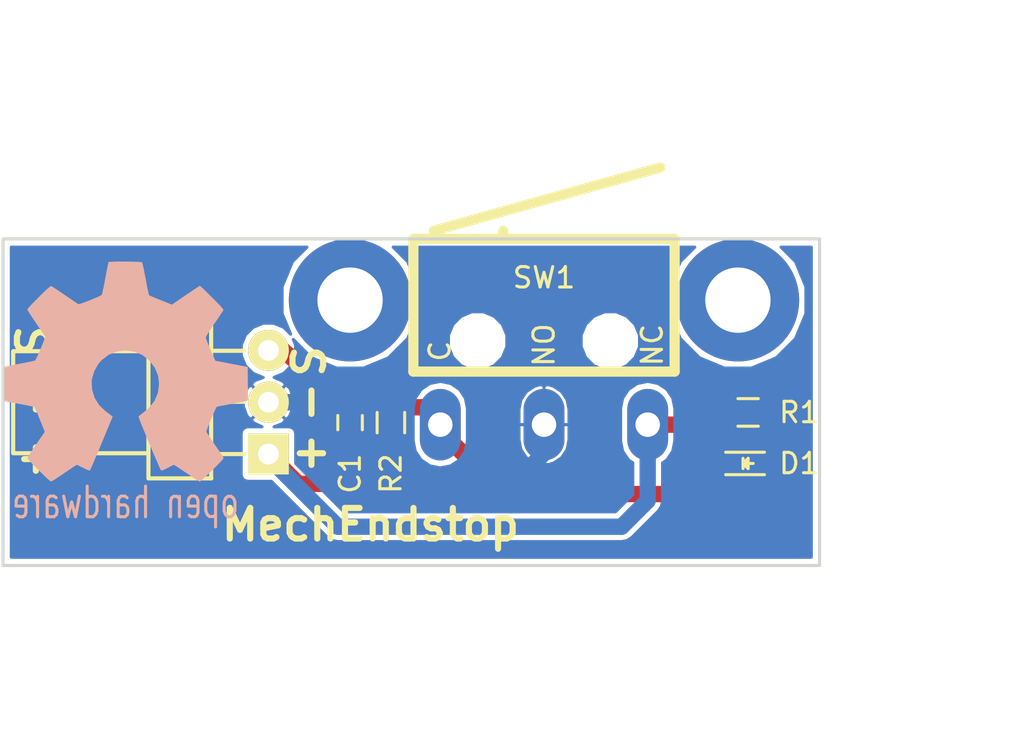
<source format=kicad_pcb>
(kicad_pcb (version 4) (host pcbnew 4.0.2-stable)

  (general
    (links 10)
    (no_connects 0)
    (area 121.424999 97.424999 161.575001 113.575001)
    (thickness 1.6)
    (drawings 12)
    (tracks 32)
    (zones 0)
    (modules 9)
    (nets 5)
  )

  (page A4)
  (title_block
    (title "SBV2-EB: Extension Board Name (File-> Page Settings)")
    (rev 1.0)
    (company Smoothieware.org)
  )

  (layers
    (0 F.Cu signal)
    (31 B.Cu signal)
    (32 B.Adhes user)
    (33 F.Adhes user)
    (34 B.Paste user)
    (35 F.Paste user)
    (36 B.SilkS user)
    (37 F.SilkS user)
    (38 B.Mask user)
    (39 F.Mask user)
    (40 Dwgs.User user)
    (41 Cmts.User user)
    (42 Eco1.User user)
    (43 Eco2.User user)
    (44 Edge.Cuts user)
    (45 Margin user)
    (46 B.CrtYd user)
    (47 F.CrtYd user)
    (48 B.Fab user)
    (49 F.Fab user)
  )

  (setup
    (last_trace_width 0.8)
    (trace_clearance 0.2)
    (zone_clearance 0.254)
    (zone_45_only no)
    (trace_min 0.2)
    (segment_width 0.2)
    (edge_width 0.15)
    (via_size 0.6)
    (via_drill 0.4)
    (via_min_size 0.4)
    (via_min_drill 0.3)
    (uvia_size 0.3)
    (uvia_drill 0.1)
    (uvias_allowed no)
    (uvia_min_size 0.2)
    (uvia_min_drill 0.1)
    (pcb_text_width 0.3)
    (pcb_text_size 1.5 1.5)
    (mod_edge_width 0.2)
    (mod_text_size 1 1)
    (mod_text_width 0.15)
    (pad_size 6 6)
    (pad_drill 3.2)
    (pad_to_mask_clearance 0.2)
    (aux_axis_origin 121.5 113.5)
    (grid_origin 121.5 113.5)
    (visible_elements 7FFEFF7F)
    (pcbplotparams
      (layerselection 0x010fc_80000001)
      (usegerberextensions true)
      (excludeedgelayer false)
      (linewidth 0.100000)
      (plotframeref false)
      (viasonmask true)
      (mode 1)
      (useauxorigin true)
      (hpglpennumber 1)
      (hpglpenspeed 20)
      (hpglpendiameter 15)
      (hpglpenoverlay 2)
      (psnegative false)
      (psa4output false)
      (plotreference true)
      (plotvalue true)
      (plotinvisibletext false)
      (padsonsilk false)
      (subtractmaskfromsilk false)
      (outputformat 1)
      (mirror false)
      (drillshape 0)
      (scaleselection 1)
      (outputdirectory Gerber))
  )

  (net 0 "")
  (net 1 GND)
  (net 2 /~SIG)
  (net 3 "Net-(D1-Pad2)")
  (net 4 VCC)

  (net_class Default "This is the default net class."
    (clearance 0.2)
    (trace_width 0.8)
    (via_dia 0.6)
    (via_drill 0.4)
    (uvia_dia 0.3)
    (uvia_drill 0.1)
    (add_net /~SIG)
    (add_net GND)
    (add_net "Net-(D1-Pad2)")
    (add_net VCC)
  )

  (module Capacitors_SMD:C_0603 (layer F.Cu) (tedit 574214A1) (tstamp 5741E6A9)
    (at 138.5 106.5 270)
    (descr "Capacitor SMD 0603, reflow soldering, AVX (see smccp.pdf)")
    (tags "capacitor 0603")
    (path /5741EE38)
    (attr smd)
    (fp_text reference C1 (at 2.5 0 270) (layer F.SilkS)
      (effects (font (size 1 1) (thickness 0.15)))
    )
    (fp_text value 100n (at 0 0 270) (layer F.Fab)
      (effects (font (size 1 1) (thickness 0.15)))
    )
    (fp_line (start -1.45 -0.75) (end 1.45 -0.75) (layer F.CrtYd) (width 0.05))
    (fp_line (start -1.45 0.75) (end 1.45 0.75) (layer F.CrtYd) (width 0.05))
    (fp_line (start -1.45 -0.75) (end -1.45 0.75) (layer F.CrtYd) (width 0.05))
    (fp_line (start 1.45 -0.75) (end 1.45 0.75) (layer F.CrtYd) (width 0.05))
    (fp_line (start -0.35 -0.6) (end 0.35 -0.6) (layer F.SilkS) (width 0.15))
    (fp_line (start 0.35 0.6) (end -0.35 0.6) (layer F.SilkS) (width 0.15))
    (pad 1 smd rect (at -0.75 0 270) (size 0.8 0.75) (layers F.Cu F.Paste F.Mask)
      (net 2 /~SIG))
    (pad 2 smd rect (at 0.75 0 270) (size 0.8 0.75) (layers F.Cu F.Paste F.Mask)
      (net 1 GND))
    (model Capacitors_SMD.3dshapes/C_0603.wrl
      (at (xyz 0 0 0))
      (scale (xyz 1 1 1))
      (rotate (xyz 0 0 0))
    )
  )

  (module LEDs:LED-0603 (layer F.Cu) (tedit 5741E8CD) (tstamp 5741E6AF)
    (at 158 108.5)
    (descr "LED 0603 smd package")
    (tags "LED led 0603 SMD smd SMT smt smdled SMDLED smtled SMTLED")
    (path /5741EF6A)
    (attr smd)
    (fp_text reference D1 (at 2.5 0) (layer F.SilkS)
      (effects (font (size 1 1) (thickness 0.15)))
    )
    (fp_text value LED (at 0 0) (layer F.Fab)
      (effects (font (size 1 1) (thickness 0.15)))
    )
    (fp_line (start -1.1 0.55) (end 0.8 0.55) (layer F.SilkS) (width 0.15))
    (fp_line (start -1.1 -0.55) (end 0.8 -0.55) (layer F.SilkS) (width 0.15))
    (fp_line (start -0.2 0) (end 0.25 0) (layer F.SilkS) (width 0.15))
    (fp_line (start -0.25 -0.25) (end -0.25 0.25) (layer F.SilkS) (width 0.15))
    (fp_line (start -0.25 0) (end 0 -0.25) (layer F.SilkS) (width 0.15))
    (fp_line (start 0 -0.25) (end 0 0.25) (layer F.SilkS) (width 0.15))
    (fp_line (start 0 0.25) (end -0.25 0) (layer F.SilkS) (width 0.15))
    (fp_line (start 1.4 -0.75) (end 1.4 0.75) (layer F.CrtYd) (width 0.05))
    (fp_line (start 1.4 0.75) (end -1.4 0.75) (layer F.CrtYd) (width 0.05))
    (fp_line (start -1.4 0.75) (end -1.4 -0.75) (layer F.CrtYd) (width 0.05))
    (fp_line (start -1.4 -0.75) (end 1.4 -0.75) (layer F.CrtYd) (width 0.05))
    (pad 2 smd rect (at 0.7493 0 180) (size 0.79756 0.79756) (layers F.Cu F.Paste F.Mask)
      (net 3 "Net-(D1-Pad2)"))
    (pad 1 smd rect (at -0.7493 0 180) (size 0.79756 0.79756) (layers F.Cu F.Paste F.Mask)
      (net 2 /~SIG))
  )

  (module SBV2_Footprints:Logo_silk_OSHW_12x13mm (layer B.Cu) (tedit 0) (tstamp 5741E6B3)
    (at 127.5 104 180)
    (descr "Open Hardware Logo, 12x13mm")
    (path /573F3AEF)
    (fp_text reference LOGO1 (at 0 0 180) (layer B.SilkS) hide
      (effects (font (size 0.5461 0.5461) (thickness 0.10922)) (justify mirror))
    )
    (fp_text value OPEN_HARDWARE_1 (at 0 -0.9 180) (layer B.SilkS) hide
      (effects (font (size 0.5461 0.5461) (thickness 0.10922)) (justify mirror))
    )
    (fp_line (start 5.21 -7.11) (end 5.31 -7.04) (layer B.SilkS) (width 0.15))
    (fp_line (start 5.03 -7.11) (end 5.21 -7.11) (layer B.SilkS) (width 0.15))
    (fp_line (start 4.93 -7.04) (end 5.03 -7.11) (layer B.SilkS) (width 0.15))
    (fp_line (start 4.88 -6.9) (end 4.93 -7.04) (layer B.SilkS) (width 0.15))
    (fp_line (start 4.88 -6.32) (end 4.88 -6.9) (layer B.SilkS) (width 0.15))
    (fp_line (start 4.94 -6.17) (end 4.88 -6.32) (layer B.SilkS) (width 0.15))
    (fp_line (start 5.04 -6.1) (end 4.94 -6.17) (layer B.SilkS) (width 0.15))
    (fp_line (start 5.21 -6.1) (end 5.04 -6.1) (layer B.SilkS) (width 0.15))
    (fp_line (start 5.31 -6.19) (end 5.21 -6.1) (layer B.SilkS) (width 0.15))
    (fp_line (start 5.36 -6.32) (end 5.31 -6.19) (layer B.SilkS) (width 0.15))
    (fp_line (start 5.36 -6.59) (end 5.36 -6.32) (layer B.SilkS) (width 0.15))
    (fp_line (start 4.88 -6.59) (end 5.36 -6.59) (layer B.SilkS) (width 0.15))
    (fp_line (start 4.31 -6.11) (end 4.31 -7.11) (layer B.SilkS) (width 0.15))
    (fp_line (start 4.36 -6.25) (end 4.31 -6.42) (layer B.SilkS) (width 0.15))
    (fp_line (start 4.4 -6.19) (end 4.36 -6.25) (layer B.SilkS) (width 0.15))
    (fp_line (start 4.5 -6.11) (end 4.4 -6.19) (layer B.SilkS) (width 0.15))
    (fp_line (start 4.61 -6.11) (end 4.5 -6.11) (layer B.SilkS) (width 0.15))
    (fp_line (start 2.26 -6.1) (end 2.45 -7.11) (layer B.SilkS) (width 0.15))
    (fp_line (start 2.45 -7.11) (end 2.64 -6.39) (layer B.SilkS) (width 0.15))
    (fp_line (start 2.64 -6.39) (end 2.83 -7.11) (layer B.SilkS) (width 0.15))
    (fp_line (start 2.83 -7.11) (end 3.03 -6.1) (layer B.SilkS) (width 0.15))
    (fp_line (start 1.88 -7.03) (end 1.79 -7.11) (layer B.SilkS) (width 0.15))
    (fp_line (start 1.79 -7.11) (end 1.6 -7.11) (layer B.SilkS) (width 0.15))
    (fp_line (start 1.6 -7.11) (end 1.53 -7.06) (layer B.SilkS) (width 0.15))
    (fp_line (start 1.53 -7.06) (end 1.46 -6.98) (layer B.SilkS) (width 0.15))
    (fp_line (start 1.46 -6.98) (end 1.4 -6.82) (layer B.SilkS) (width 0.15))
    (fp_line (start 1.4 -6.82) (end 1.4 -6.4) (layer B.SilkS) (width 0.15))
    (fp_line (start 1.4 -6.4) (end 1.45 -6.25) (layer B.SilkS) (width 0.15))
    (fp_line (start 1.45 -6.25) (end 1.52 -6.16) (layer B.SilkS) (width 0.15))
    (fp_line (start 1.52 -6.16) (end 1.6 -6.11) (layer B.SilkS) (width 0.15))
    (fp_line (start 1.6 -6.11) (end 1.78 -6.11) (layer B.SilkS) (width 0.15))
    (fp_line (start 1.78 -6.11) (end 1.88 -6.19) (layer B.SilkS) (width 0.15))
    (fp_line (start 1.88 -5.61) (end 1.88 -7.11) (layer B.SilkS) (width 0.15))
    (fp_line (start 1.13 -6.11) (end 1.02 -6.11) (layer B.SilkS) (width 0.15))
    (fp_line (start 1.02 -6.11) (end 0.92 -6.19) (layer B.SilkS) (width 0.15))
    (fp_line (start 0.92 -6.19) (end 0.88 -6.25) (layer B.SilkS) (width 0.15))
    (fp_line (start 0.88 -6.25) (end 0.83 -6.42) (layer B.SilkS) (width 0.15))
    (fp_line (start 0.83 -6.11) (end 0.83 -7.11) (layer B.SilkS) (width 0.15))
    (fp_line (start 3.84 -6.32) (end 3.84 -7.11) (layer B.SilkS) (width 0.15))
    (fp_line (start 3.78 -6.17) (end 3.84 -6.32) (layer B.SilkS) (width 0.15))
    (fp_line (start 3.69 -6.1) (end 3.78 -6.17) (layer B.SilkS) (width 0.15))
    (fp_line (start 3.51 -6.1) (end 3.69 -6.1) (layer B.SilkS) (width 0.15))
    (fp_line (start 3.4 -6.18) (end 3.51 -6.1) (layer B.SilkS) (width 0.15))
    (fp_line (start 3.36 -6.88) (end 3.4 -7.02) (layer B.SilkS) (width 0.15))
    (fp_line (start 3.36 -6.75) (end 3.36 -6.88) (layer B.SilkS) (width 0.15))
    (fp_line (start 3.41 -6.61) (end 3.36 -6.75) (layer B.SilkS) (width 0.15))
    (fp_line (start 3.51 -6.53) (end 3.41 -6.61) (layer B.SilkS) (width 0.15))
    (fp_line (start 3.75 -6.53) (end 3.51 -6.53) (layer B.SilkS) (width 0.15))
    (fp_line (start 3.84 -6.46) (end 3.75 -6.53) (layer B.SilkS) (width 0.15))
    (fp_line (start 3.74 -7.11) (end 3.84 -7.03) (layer B.SilkS) (width 0.15))
    (fp_line (start 3.51 -7.11) (end 3.74 -7.11) (layer B.SilkS) (width 0.15))
    (fp_line (start 3.4 -7.02) (end 3.51 -7.11) (layer B.SilkS) (width 0.15))
    (fp_line (start -0.08 -7.02) (end 0.03 -7.11) (layer B.SilkS) (width 0.15))
    (fp_line (start 0.03 -7.11) (end 0.26 -7.11) (layer B.SilkS) (width 0.15))
    (fp_line (start 0.26 -7.11) (end 0.36 -7.03) (layer B.SilkS) (width 0.15))
    (fp_line (start 0.36 -6.46) (end 0.27 -6.53) (layer B.SilkS) (width 0.15))
    (fp_line (start 0.27 -6.53) (end 0.03 -6.53) (layer B.SilkS) (width 0.15))
    (fp_line (start 0.03 -6.53) (end -0.07 -6.61) (layer B.SilkS) (width 0.15))
    (fp_line (start -0.07 -6.61) (end -0.12 -6.75) (layer B.SilkS) (width 0.15))
    (fp_line (start -0.12 -6.75) (end -0.12 -6.88) (layer B.SilkS) (width 0.15))
    (fp_line (start -0.12 -6.88) (end -0.08 -7.02) (layer B.SilkS) (width 0.15))
    (fp_line (start -0.08 -6.18) (end 0.03 -6.1) (layer B.SilkS) (width 0.15))
    (fp_line (start 0.03 -6.1) (end 0.21 -6.1) (layer B.SilkS) (width 0.15))
    (fp_line (start 0.21 -6.1) (end 0.3 -6.17) (layer B.SilkS) (width 0.15))
    (fp_line (start 0.3 -6.17) (end 0.36 -6.32) (layer B.SilkS) (width 0.15))
    (fp_line (start 0.36 -6.32) (end 0.36 -7.11) (layer B.SilkS) (width 0.15))
    (fp_line (start -0.98 -7.11) (end -0.98 -5.61) (layer B.SilkS) (width 0.15))
    (fp_line (start -0.92 -6.17) (end -0.98 -6.24) (layer B.SilkS) (width 0.15))
    (fp_line (start -0.84 -6.11) (end -0.92 -6.17) (layer B.SilkS) (width 0.15))
    (fp_line (start -0.7 -6.11) (end -0.84 -6.11) (layer B.SilkS) (width 0.15))
    (fp_line (start -0.6 -6.18) (end -0.7 -6.11) (layer B.SilkS) (width 0.15))
    (fp_line (start -0.55 -6.33) (end -0.6 -6.18) (layer B.SilkS) (width 0.15))
    (fp_line (start -0.55 -7.11) (end -0.55 -6.33) (layer B.SilkS) (width 0.15))
    (fp_line (start -2.21 -7.11) (end -2.21 -6.33) (layer B.SilkS) (width 0.15))
    (fp_line (start -2.21 -6.33) (end -2.26 -6.18) (layer B.SilkS) (width 0.15))
    (fp_line (start -2.26 -6.18) (end -2.36 -6.11) (layer B.SilkS) (width 0.15))
    (fp_line (start -2.36 -6.11) (end -2.5 -6.11) (layer B.SilkS) (width 0.15))
    (fp_line (start -2.5 -6.11) (end -2.58 -6.17) (layer B.SilkS) (width 0.15))
    (fp_line (start -2.58 -6.17) (end -2.64 -6.24) (layer B.SilkS) (width 0.15))
    (fp_line (start -2.64 -6.11) (end -2.64 -7.11) (layer B.SilkS) (width 0.15))
    (fp_line (start -3.55 -6.59) (end -3.07 -6.59) (layer B.SilkS) (width 0.15))
    (fp_line (start -3.07 -6.59) (end -3.07 -6.32) (layer B.SilkS) (width 0.15))
    (fp_line (start -3.07 -6.32) (end -3.12 -6.19) (layer B.SilkS) (width 0.15))
    (fp_line (start -3.12 -6.19) (end -3.22 -6.1) (layer B.SilkS) (width 0.15))
    (fp_line (start -3.22 -6.1) (end -3.39 -6.1) (layer B.SilkS) (width 0.15))
    (fp_line (start -3.39 -6.1) (end -3.49 -6.17) (layer B.SilkS) (width 0.15))
    (fp_line (start -3.49 -6.17) (end -3.55 -6.32) (layer B.SilkS) (width 0.15))
    (fp_line (start -3.55 -6.32) (end -3.55 -6.9) (layer B.SilkS) (width 0.15))
    (fp_line (start -3.55 -6.9) (end -3.5 -7.04) (layer B.SilkS) (width 0.15))
    (fp_line (start -3.5 -7.04) (end -3.4 -7.11) (layer B.SilkS) (width 0.15))
    (fp_line (start -3.4 -7.11) (end -3.22 -7.11) (layer B.SilkS) (width 0.15))
    (fp_line (start -3.22 -7.11) (end -3.12 -7.04) (layer B.SilkS) (width 0.15))
    (fp_line (start -4.41 -6.1) (end -4.41 -7.61) (layer B.SilkS) (width 0.15))
    (fp_line (start -4.3 -6.1) (end -4.12 -6.1) (layer B.SilkS) (width 0.15))
    (fp_line (start -4.3 -7.1) (end -4.11 -7.1) (layer B.SilkS) (width 0.15))
    (fp_line (start -4.3 -6.1) (end -4.38 -6.16) (layer B.SilkS) (width 0.15))
    (fp_line (start -4.03 -6.17) (end -4.12 -6.1) (layer B.SilkS) (width 0.15))
    (fp_line (start -3.98 -6.24) (end -4.03 -6.17) (layer B.SilkS) (width 0.15))
    (fp_line (start -3.93 -6.4) (end -3.98 -6.24) (layer B.SilkS) (width 0.15))
    (fp_line (start -3.93 -6.81) (end -3.93 -6.4) (layer B.SilkS) (width 0.15))
    (fp_line (start -3.98 -6.95) (end -3.93 -6.81) (layer B.SilkS) (width 0.15))
    (fp_line (start -4.02 -7.02) (end -3.98 -6.95) (layer B.SilkS) (width 0.15))
    (fp_line (start -4.12 -7.1) (end -4.02 -7.02) (layer B.SilkS) (width 0.15))
    (fp_line (start -4.4 -7.03) (end -4.3 -7.1) (layer B.SilkS) (width 0.15))
    (fp_line (start -5.36 -6.4) (end -5.36 -6.81) (layer B.SilkS) (width 0.15))
    (fp_line (start -5.36 -6.81) (end -5.31 -6.95) (layer B.SilkS) (width 0.15))
    (fp_line (start -5.31 -6.95) (end -5.26 -7.04) (layer B.SilkS) (width 0.15))
    (fp_line (start -5.26 -7.04) (end -5.16 -7.11) (layer B.SilkS) (width 0.15))
    (fp_line (start -5.16 -7.11) (end -5.02 -7.11) (layer B.SilkS) (width 0.15))
    (fp_line (start -5.02 -7.11) (end -4.92 -7.03) (layer B.SilkS) (width 0.15))
    (fp_line (start -4.92 -7.03) (end -4.88 -6.96) (layer B.SilkS) (width 0.15))
    (fp_line (start -4.88 -6.96) (end -4.83 -6.82) (layer B.SilkS) (width 0.15))
    (fp_line (start -4.83 -6.82) (end -4.83 -6.41) (layer B.SilkS) (width 0.15))
    (fp_line (start -4.83 -6.41) (end -4.88 -6.25) (layer B.SilkS) (width 0.15))
    (fp_line (start -4.88 -6.25) (end -4.93 -6.18) (layer B.SilkS) (width 0.15))
    (fp_line (start -4.93 -6.18) (end -5.02 -6.11) (layer B.SilkS) (width 0.15))
    (fp_line (start -5.02 -6.11) (end -5.17 -6.11) (layer B.SilkS) (width 0.15))
    (fp_line (start -5.17 -6.11) (end -5.25 -6.17) (layer B.SilkS) (width 0.15))
    (fp_line (start -5.25 -6.17) (end -5.31 -6.25) (layer B.SilkS) (width 0.15))
    (fp_line (start -5.31 -6.25) (end -5.36 -6.4) (layer B.SilkS) (width 0.15))
    (fp_poly (pts (xy -3.63728 -5.38988) (xy -3.57378 -5.35686) (xy -3.43408 -5.26796) (xy -3.23342 -5.13842)
      (xy -2.9972 -4.9784) (xy -2.75844 -4.81838) (xy -2.56286 -4.6863) (xy -2.4257 -4.59994)
      (xy -2.36982 -4.56692) (xy -2.33934 -4.57708) (xy -2.22504 -4.63296) (xy -2.06248 -4.71932)
      (xy -1.96596 -4.76758) (xy -1.8161 -4.83362) (xy -1.74244 -4.84632) (xy -1.72974 -4.826)
      (xy -1.67386 -4.70916) (xy -1.5875 -4.51358) (xy -1.4732 -4.25196) (xy -1.34366 -3.9497)
      (xy -1.2065 -3.6195) (xy -1.0668 -3.28422) (xy -0.93472 -2.96672) (xy -0.81534 -2.6797)
      (xy -0.72136 -2.44602) (xy -0.6604 -2.28346) (xy -0.63754 -2.21234) (xy -0.64516 -2.1971)
      (xy -0.71882 -2.12598) (xy -0.8509 -2.02692) (xy -1.13538 -1.79578) (xy -1.41478 -1.44526)
      (xy -1.58496 -1.04902) (xy -1.64338 -0.60706) (xy -1.59512 -0.19812) (xy -1.43256 0.19558)
      (xy -1.15824 0.54864) (xy -0.8255 0.8128) (xy -0.43688 0.9779) (xy 0 1.03378)
      (xy 0.4191 0.98552) (xy 0.82042 0.82804) (xy 1.17348 0.5588) (xy 1.32334 0.38608)
      (xy 1.52908 0.02794) (xy 1.64592 -0.35814) (xy 1.65862 -0.45466) (xy 1.64084 -0.8763)
      (xy 1.51638 -1.28016) (xy 1.2954 -1.64084) (xy 0.98552 -1.93802) (xy 0.94742 -1.96596)
      (xy 0.80264 -2.07264) (xy 0.70866 -2.1463) (xy 0.63246 -2.20726) (xy 1.1684 -3.50012)
      (xy 1.25476 -3.70586) (xy 1.40208 -4.05638) (xy 1.53162 -4.36118) (xy 1.63576 -4.60502)
      (xy 1.70688 -4.76504) (xy 1.73736 -4.83108) (xy 1.74244 -4.83362) (xy 1.78816 -4.84124)
      (xy 1.88722 -4.80568) (xy 2.06756 -4.71932) (xy 2.18694 -4.65836) (xy 2.3241 -4.59232)
      (xy 2.38506 -4.56692) (xy 2.4384 -4.59486) (xy 2.57048 -4.68122) (xy 2.76098 -4.81076)
      (xy 2.99212 -4.9657) (xy 3.2131 -5.11556) (xy 3.4163 -5.25018) (xy 3.56362 -5.34416)
      (xy 3.63474 -5.38226) (xy 3.6449 -5.38226) (xy 3.7084 -5.3467) (xy 3.82524 -5.25018)
      (xy 4.0005 -5.08254) (xy 4.24942 -4.8387) (xy 4.28752 -4.8006) (xy 4.49326 -4.59232)
      (xy 4.65836 -4.41706) (xy 4.77012 -4.2926) (xy 4.81076 -4.23672) (xy 4.81076 -4.23672)
      (xy 4.77266 -4.1656) (xy 4.68122 -4.01828) (xy 4.5466 -3.81508) (xy 4.38404 -3.57378)
      (xy 3.95478 -2.95402) (xy 4.191 -2.36728) (xy 4.26212 -2.18694) (xy 4.35356 -1.9685)
      (xy 4.42214 -1.81356) (xy 4.4577 -1.74498) (xy 4.5212 -1.72212) (xy 4.68122 -1.68402)
      (xy 4.9149 -1.63576) (xy 5.19176 -1.58496) (xy 5.45592 -1.5367) (xy 5.69468 -1.49098)
      (xy 5.8674 -1.45796) (xy 5.94614 -1.44272) (xy 5.96392 -1.43002) (xy 5.97916 -1.39192)
      (xy 5.98932 -1.31064) (xy 5.9944 -1.16586) (xy 5.99948 -0.93726) (xy 5.99948 -0.60706)
      (xy 5.99948 -0.5715) (xy 5.9944 -0.25654) (xy 5.98932 -0.00508) (xy 5.9817 0.16002)
      (xy 5.969 0.22606) (xy 5.969 0.22606) (xy 5.89534 0.24384) (xy 5.72516 0.2794)
      (xy 5.4864 0.32766) (xy 5.20192 0.381) (xy 5.18414 0.38354) (xy 4.89966 0.43942)
      (xy 4.66344 0.48768) (xy 4.4958 0.52578) (xy 4.42722 0.54864) (xy 4.41198 0.56896)
      (xy 4.35356 0.68072) (xy 4.27228 0.85598) (xy 4.1783 1.06934) (xy 4.08686 1.29286)
      (xy 4.00558 1.49352) (xy 3.95224 1.64338) (xy 3.937 1.71196) (xy 3.937 1.71196)
      (xy 3.98018 1.78054) (xy 4.0767 1.92786) (xy 4.2164 2.13106) (xy 4.3815 2.37236)
      (xy 4.3942 2.39268) (xy 4.55676 2.63144) (xy 4.68884 2.83464) (xy 4.77774 2.97942)
      (xy 4.81076 3.04292) (xy 4.81076 3.048) (xy 4.75488 3.11912) (xy 4.63296 3.25628)
      (xy 4.4577 3.43916) (xy 4.24942 3.64998) (xy 4.18084 3.71602) (xy 3.9497 3.94462)
      (xy 3.78714 4.09194) (xy 3.68554 4.17322) (xy 3.63728 4.191) (xy 3.63474 4.18846)
      (xy 3.56362 4.14528) (xy 3.41122 4.04622) (xy 3.20548 3.90652) (xy 2.96164 3.74142)
      (xy 2.9464 3.73126) (xy 2.7051 3.5687) (xy 2.50698 3.43154) (xy 2.36474 3.33756)
      (xy 2.30124 3.302) (xy 2.29108 3.302) (xy 2.19456 3.32994) (xy 2.02438 3.38836)
      (xy 1.81356 3.46964) (xy 1.59258 3.55854) (xy 1.38938 3.6449) (xy 1.23952 3.71348)
      (xy 1.1684 3.75412) (xy 1.16586 3.75666) (xy 1.14046 3.84302) (xy 1.09982 4.02336)
      (xy 1.04648 4.26974) (xy 0.99314 4.56438) (xy 0.98298 4.6101) (xy 0.92964 4.89712)
      (xy 0.88392 5.13334) (xy 0.84836 5.2959) (xy 0.83312 5.36448) (xy 0.79248 5.3721)
      (xy 0.65278 5.38226) (xy 0.43942 5.38988) (xy 0.18034 5.39242) (xy -0.09144 5.38988)
      (xy -0.3556 5.3848) (xy -0.58166 5.37718) (xy -0.74422 5.36448) (xy -0.8128 5.35178)
      (xy -0.81534 5.3467) (xy -0.8382 5.2578) (xy -0.87884 5.08) (xy -0.92964 4.83108)
      (xy -0.98552 4.53644) (xy -0.99568 4.4831) (xy -1.04902 4.19862) (xy -1.09728 3.96494)
      (xy -1.13284 3.80492) (xy -1.15062 3.74142) (xy -1.17602 3.72872) (xy -1.29286 3.67538)
      (xy -1.48336 3.59664) (xy -1.72212 3.50012) (xy -2.27076 3.27914) (xy -2.94386 3.74142)
      (xy -3.00482 3.78206) (xy -3.24866 3.94716) (xy -3.44678 4.07924) (xy -3.58648 4.16814)
      (xy -3.64236 4.20116) (xy -3.64744 4.19862) (xy -3.71602 4.1402) (xy -3.8481 4.01574)
      (xy -4.03098 3.83794) (xy -4.2418 3.62712) (xy -4.39928 3.46964) (xy -4.5847 3.28168)
      (xy -4.70154 3.15468) (xy -4.76758 3.0734) (xy -4.79044 3.0226) (xy -4.78282 2.98958)
      (xy -4.73964 2.921) (xy -4.64058 2.77368) (xy -4.50342 2.56794) (xy -4.33832 2.33172)
      (xy -4.2037 2.13106) (xy -4.05638 1.905) (xy -3.9624 1.74498) (xy -3.92938 1.66624)
      (xy -3.937 1.63322) (xy -3.98526 1.50114) (xy -4.064 1.30048) (xy -4.1656 1.06426)
      (xy -4.39928 0.53086) (xy -4.7498 0.46482) (xy -4.96062 0.42418) (xy -5.2578 0.36576)
      (xy -5.54228 0.31242) (xy -5.98424 0.22606) (xy -5.99948 -1.39954) (xy -5.9309 -1.43002)
      (xy -5.86486 -1.4478) (xy -5.7023 -1.48336) (xy -5.46862 -1.52908) (xy -5.19176 -1.58242)
      (xy -4.95554 -1.6256) (xy -4.71932 -1.67132) (xy -4.54914 -1.70434) (xy -4.47294 -1.71958)
      (xy -4.45516 -1.74498) (xy -4.3942 -1.86182) (xy -4.31038 -2.04216) (xy -4.2164 -2.26314)
      (xy -4.12242 -2.4892) (xy -4.0386 -2.70002) (xy -3.98018 -2.86004) (xy -3.95732 -2.94386)
      (xy -3.99034 -3.00482) (xy -4.07924 -3.14452) (xy -4.21132 -3.34264) (xy -4.37134 -3.57886)
      (xy -4.5339 -3.81508) (xy -4.66852 -4.01574) (xy -4.76504 -4.16052) (xy -4.80314 -4.22656)
      (xy -4.78282 -4.27228) (xy -4.68884 -4.38658) (xy -4.51104 -4.56946) (xy -4.24688 -4.83108)
      (xy -4.2037 -4.87426) (xy -3.99288 -5.07492) (xy -3.81508 -5.24002) (xy -3.69316 -5.34924)
      (xy -3.63728 -5.38988)) (layer B.SilkS) (width 0.00254))
  )

  (module SBV2_Footprints:M3_Mounting_Hole (layer F.Cu) (tedit 5741E883) (tstamp 5741E6B8)
    (at 138.5 100.5)
    (path /573F3B65)
    (fp_text reference M1 (at 0 4.572) (layer F.SilkS) hide
      (effects (font (size 1 1) (thickness 0.15)))
    )
    (fp_text value MH_3.2mm (at 0 -4.318) (layer F.Fab) hide
      (effects (font (size 1 1) (thickness 0.15)))
    )
    (pad "" np_thru_hole circle (at 0 0) (size 6 6) (drill 3.2) (layers *.Cu *.Mask))
  )

  (module SBV2_Footprints:M3_Mounting_Hole (layer F.Cu) (tedit 5741E895) (tstamp 5741E6BD)
    (at 157.5 100.5)
    (path /573F3BEA)
    (fp_text reference M2 (at 0 4.572) (layer F.SilkS) hide
      (effects (font (size 1 1) (thickness 0.15)))
    )
    (fp_text value MH_3.2mm (at 0 -4.318) (layer F.Fab) hide
      (effects (font (size 1 1) (thickness 0.15)))
    )
    (pad "" np_thru_hole circle (at 0 0) (size 6 6) (drill 3.2) (layers *.Cu *.Mask))
  )

  (module Resistors_SMD:R_0603 (layer F.Cu) (tedit 5741E8CF) (tstamp 5741E6CA)
    (at 158 106)
    (descr "Resistor SMD 0603, reflow soldering, Vishay (see dcrcw.pdf)")
    (tags "resistor 0603")
    (path /5741EC98)
    (attr smd)
    (fp_text reference R1 (at 2.5 0) (layer F.SilkS)
      (effects (font (size 1 1) (thickness 0.15)))
    )
    (fp_text value 1k (at 0 0) (layer F.Fab)
      (effects (font (size 1 1) (thickness 0.15)))
    )
    (fp_line (start -1.3 -0.8) (end 1.3 -0.8) (layer F.CrtYd) (width 0.05))
    (fp_line (start -1.3 0.8) (end 1.3 0.8) (layer F.CrtYd) (width 0.05))
    (fp_line (start -1.3 -0.8) (end -1.3 0.8) (layer F.CrtYd) (width 0.05))
    (fp_line (start 1.3 -0.8) (end 1.3 0.8) (layer F.CrtYd) (width 0.05))
    (fp_line (start 0.5 0.675) (end -0.5 0.675) (layer F.SilkS) (width 0.15))
    (fp_line (start -0.5 -0.675) (end 0.5 -0.675) (layer F.SilkS) (width 0.15))
    (pad 1 smd rect (at -0.75 0) (size 0.5 0.9) (layers F.Cu F.Paste F.Mask)
      (net 4 VCC))
    (pad 2 smd rect (at 0.75 0) (size 0.5 0.9) (layers F.Cu F.Paste F.Mask)
      (net 3 "Net-(D1-Pad2)"))
    (model Resistors_SMD.3dshapes/R_0603.wrl
      (at (xyz 0 0 0))
      (scale (xyz 1 1 1))
      (rotate (xyz 0 0 0))
    )
  )

  (module Resistors_SMD:R_0603 (layer F.Cu) (tedit 574214A3) (tstamp 5741E6D0)
    (at 140.5 106.5 90)
    (descr "Resistor SMD 0603, reflow soldering, Vishay (see dcrcw.pdf)")
    (tags "resistor 0603")
    (path /5741ED6B)
    (attr smd)
    (fp_text reference R2 (at -2.5 0 90) (layer F.SilkS)
      (effects (font (size 1 1) (thickness 0.15)))
    )
    (fp_text value 10k (at 0 0 90) (layer F.Fab)
      (effects (font (size 1 1) (thickness 0.15)))
    )
    (fp_line (start -1.3 -0.8) (end 1.3 -0.8) (layer F.CrtYd) (width 0.05))
    (fp_line (start -1.3 0.8) (end 1.3 0.8) (layer F.CrtYd) (width 0.05))
    (fp_line (start -1.3 -0.8) (end -1.3 0.8) (layer F.CrtYd) (width 0.05))
    (fp_line (start 1.3 -0.8) (end 1.3 0.8) (layer F.CrtYd) (width 0.05))
    (fp_line (start 0.5 0.675) (end -0.5 0.675) (layer F.SilkS) (width 0.15))
    (fp_line (start -0.5 -0.675) (end 0.5 -0.675) (layer F.SilkS) (width 0.15))
    (pad 1 smd rect (at -0.75 0 90) (size 0.5 0.9) (layers F.Cu F.Paste F.Mask)
      (net 4 VCC))
    (pad 2 smd rect (at 0.75 0 90) (size 0.5 0.9) (layers F.Cu F.Paste F.Mask)
      (net 2 /~SIG))
    (model Resistors_SMD.3dshapes/R_0603.wrl
      (at (xyz 0 0 0))
      (scale (xyz 1 1 1))
      (rotate (xyz 0 0 0))
    )
  )

  (module SBV2_Footprints:Omron-D2F-A (layer F.Cu) (tedit 574208F0) (tstamp 5741F147)
    (at 148 102.5)
    (path /57420ABB)
    (fp_text reference SW1 (at 0 -3.1) (layer F.SilkS)
      (effects (font (size 1 1) (thickness 0.15)))
    )
    (fp_text value Microswitch (at -0.2 -1.9) (layer F.Fab)
      (effects (font (size 1 1) (thickness 0.15)))
    )
    (fp_text user NC (at 5.3 0.2 90) (layer F.SilkS)
      (effects (font (size 1 1) (thickness 0.15)))
    )
    (fp_text user NO (at 0 0.2 90) (layer F.SilkS)
      (effects (font (size 1 1) (thickness 0.15)))
    )
    (fp_text user C (at -5.1 0.5 90) (layer F.SilkS)
      (effects (font (size 1 1) (thickness 0.15)))
    )
    (fp_line (start -5.4 -5.4) (end 5.7 -8.5) (layer F.SilkS) (width 0.5))
    (fp_line (start -2 -5) (end -2 -5.4) (layer F.SilkS) (width 0.5))
    (fp_line (start -6.4 0) (end -6.4 1.5) (layer F.SilkS) (width 0.5))
    (fp_line (start -6.4 1.5) (end 6.4 1.5) (layer F.SilkS) (width 0.5))
    (fp_line (start 6.4 1.5) (end 6.4 0) (layer F.SilkS) (width 0.5))
    (fp_line (start -6.4 0) (end -6.4 -5) (layer F.SilkS) (width 0.5))
    (fp_line (start -6.4 -5) (end 6.4 -5) (layer F.SilkS) (width 0.5))
    (fp_line (start 6.4 -5) (end 6.4 0) (layer F.SilkS) (width 0.5))
    (pad "" np_thru_hole circle (at -3.25 0) (size 2.2 2.2) (drill 2.2) (layers *.Cu *.Mask F.SilkS))
    (pad "" np_thru_hole circle (at 3.25 0) (size 2.2 2.2) (drill 2.2) (layers *.Cu *.Mask F.SilkS))
    (pad 1 thru_hole oval (at -5.08 4.1) (size 2 3.5) (drill 1.2) (layers *.Cu *.Mask)
      (net 2 /~SIG))
    (pad 2 thru_hole oval (at 0 4.1) (size 2 3.5) (drill 1.2) (layers *.Cu *.Mask)
      (net 1 GND))
    (pad 3 thru_hole oval (at 5.08 4.1) (size 2 3.5) (drill 1.2) (layers *.Cu *.Mask)
      (net 4 VCC))
    (model rmc_packages3d/omron/d2f-l-a-k.wrl
      (at (xyz 0.128 0 0.12))
      (scale (xyz 1 1 1))
      (rotate (xyz 0 0 0))
    )
  )

  (module SBV2_Footprints:CONN_KK_2.54_3W_RA (layer F.Cu) (tedit 57422341) (tstamp 574215FF)
    (at 134.5 105.5 90)
    (descr "Molex KK 2.54 single row 3 pins RA")
    (tags "CONN KK")
    (path /5741ED11)
    (fp_text reference P1 (at 0 -4.4 90) (layer F.SilkS)
      (effects (font (size 1.016 1.016) (thickness 0.2032)))
    )
    (fp_text value CONN_01X03 (at 0 2.54 90) (layer F.SilkS) hide
      (effects (font (size 1.016 1.016) (thickness 0.2032)))
    )
    (fp_line (start 2.5 -12.5) (end 2.5 -5.9) (layer F.SilkS) (width 0.2032))
    (fp_line (start -2.5 -12.5) (end -2.5 -5.9) (layer F.SilkS) (width 0.2032))
    (fp_line (start -3.7338 -2.8066) (end 3.7338 -2.8066) (layer F.SilkS) (width 0.2032))
    (fp_line (start -3.7338 -5.8784) (end 3.7338 -5.8784) (layer F.SilkS) (width 0.2032))
    (fp_line (start -2.4638 -12.5048) (end 2.4638 -12.5048) (layer F.SilkS) (width 0.2032))
    (fp_line (start -2.54 -1.2) (end -2.54 -3.232) (layer F.SilkS) (width 0.2032))
    (fp_line (start 2.51968 -1.2) (end 2.51968 -3.19898) (layer F.SilkS) (width 0.2032))
    (fp_line (start 0.02032 -1.2) (end 0.02032 -3.19898) (layer F.SilkS) (width 0.2032))
    (fp_line (start 3.73126 -2.89898) (end 3.73126 -5.90126) (layer F.SilkS) (width 0.2032))
    (fp_line (start -3.73126 -5.80126) (end -3.73126 -2.79898) (layer F.SilkS) (width 0.2032))
    (pad 1 thru_hole rect (at -2.54 0 90) (size 2 2) (drill 1.016) (layers *.Cu *.Mask F.SilkS)
      (net 4 VCC))
    (pad 2 thru_hole circle (at 0 0 90) (size 2 2) (drill 1.016) (layers *.Cu *.Mask F.SilkS)
      (net 1 GND))
    (pad 3 thru_hole circle (at 2.54 0 90) (size 2 2) (drill 1.016) (layers *.Cu *.Mask F.SilkS)
      (net 2 /~SIG))
    (model rmc_packages3d/molex/Molex_KK254_3W_RA-k.wrl
      (at (xyz 0 0.17 0.13))
      (scale (xyz 1 1 1))
      (rotate (xyz 0 180 0))
    )
  )

  (gr_text + (at 136.5 108 90) (layer F.SilkS)
    (effects (font (size 1.5 1.5) (thickness 0.3)))
  )
  (gr_text - (at 136.5 105.5 90) (layer F.SilkS)
    (effects (font (size 1.5 1.5) (thickness 0.3)))
  )
  (gr_text S (at 136.5 103.5 90) (layer F.SilkS)
    (effects (font (size 1.5 1.5) (thickness 0.3)))
  )
  (gr_text "+ - S" (at 123 105.5 90) (layer F.SilkS)
    (effects (font (size 1.5 1.5) (thickness 0.3)))
  )
  (dimension 19 (width 0.3) (layer Dwgs.User)
    (gr_text "19.000 mm" (at 148 87.65) (layer Dwgs.User)
      (effects (font (size 1.5 1.5) (thickness 0.3)))
    )
    (feature1 (pts (xy 157.5 96) (xy 157.5 86.3)))
    (feature2 (pts (xy 138.5 96) (xy 138.5 86.3)))
    (crossbar (pts (xy 138.5 89) (xy 157.5 89)))
    (arrow1a (pts (xy 157.5 89) (xy 156.373496 89.586421)))
    (arrow1b (pts (xy 157.5 89) (xy 156.373496 88.413579)))
    (arrow2a (pts (xy 138.5 89) (xy 139.626504 89.586421)))
    (arrow2b (pts (xy 138.5 89) (xy 139.626504 88.413579)))
  )
  (dimension 40 (width 0.3) (layer Dwgs.User)
    (gr_text "40.000 mm" (at 141.5 123.35) (layer Dwgs.User)
      (effects (font (size 1.5 1.5) (thickness 0.3)))
    )
    (feature1 (pts (xy 161.5 120) (xy 161.5 124.7)))
    (feature2 (pts (xy 121.5 120) (xy 121.5 124.7)))
    (crossbar (pts (xy 121.5 122) (xy 161.5 122)))
    (arrow1a (pts (xy 161.5 122) (xy 160.373496 122.586421)))
    (arrow1b (pts (xy 161.5 122) (xy 160.373496 121.413579)))
    (arrow2a (pts (xy 121.5 122) (xy 122.626504 122.586421)))
    (arrow2b (pts (xy 121.5 122) (xy 122.626504 121.413579)))
  )
  (dimension 16 (width 0.3) (layer Dwgs.User)
    (gr_text "16.000 mm" (at 168.85 105.5 270) (layer Dwgs.User)
      (effects (font (size 1.5 1.5) (thickness 0.3)))
    )
    (feature1 (pts (xy 165.5 113.5) (xy 170.2 113.5)))
    (feature2 (pts (xy 165.5 97.5) (xy 170.2 97.5)))
    (crossbar (pts (xy 167.5 97.5) (xy 167.5 113.5)))
    (arrow1a (pts (xy 167.5 113.5) (xy 166.913579 112.373496)))
    (arrow1b (pts (xy 167.5 113.5) (xy 168.086421 112.373496)))
    (arrow2a (pts (xy 167.5 97.5) (xy 166.913579 98.626504)))
    (arrow2b (pts (xy 167.5 97.5) (xy 168.086421 98.626504)))
  )
  (gr_text MechEndstop (at 139.5 111.5) (layer F.SilkS)
    (effects (font (size 1.5 1.5) (thickness 0.3)))
  )
  (gr_line (start 121.5 97.5) (end 121.5 113.5) (angle 90) (layer Edge.Cuts) (width 0.15))
  (gr_line (start 161.5 97.5) (end 121.5 97.5) (angle 90) (layer Edge.Cuts) (width 0.15))
  (gr_line (start 161.5 113.5) (end 161.5 97.5) (angle 90) (layer Edge.Cuts) (width 0.15))
  (gr_line (start 121.5 113.5) (end 161.5 113.5) (angle 90) (layer Edge.Cuts) (width 0.15))

  (segment (start 148 106.6) (end 148 108) (width 0.8) (layer B.Cu) (net 1))
  (segment (start 148 108) (end 146 110) (width 0.8) (layer B.Cu) (net 1) (tstamp 574216F7))
  (segment (start 135.9 105.5) (end 134.5 105.5) (width 0.8) (layer B.Cu) (net 1) (tstamp 574216FB))
  (segment (start 140.4 110) (end 135.9 105.5) (width 0.8) (layer B.Cu) (net 1) (tstamp 574216F9))
  (segment (start 146 110) (end 140.4 110) (width 0.8) (layer B.Cu) (net 1) (tstamp 574216F8))
  (segment (start 138.5 107.25) (end 137.45 107.25) (width 0.8) (layer F.Cu) (net 1) (status 10))
  (segment (start 135.7 105.5) (end 134.5 105.5) (width 0.8) (layer F.Cu) (net 1) (tstamp 574216E8))
  (segment (start 137.45 107.25) (end 135.7 105.5) (width 0.8) (layer F.Cu) (net 1) (tstamp 574216E7))
  (segment (start 148 106.6) (end 148 107) (width 0.8) (layer B.Cu) (net 1))
  (segment (start 138.5 105.75) (end 140.5 105.75) (width 0.8) (layer F.Cu) (net 2) (status 10))
  (segment (start 140.5 105.75) (end 142.07 105.75) (width 0.8) (layer F.Cu) (net 2) (tstamp 57421700) (status 10))
  (segment (start 142.07 105.75) (end 142.92 106.6) (width 0.8) (layer F.Cu) (net 2) (tstamp 57421702))
  (segment (start 134.5 102.96) (end 135.21 102.96) (width 0.8) (layer F.Cu) (net 2))
  (segment (start 135.21 102.96) (end 138.5 105.75) (width 0.8) (layer F.Cu) (net 2) (tstamp 574216E2) (status 20))
  (segment (start 142.07 105.75) (end 142.92 106.6) (width 0.8) (layer F.Cu) (net 2) (tstamp 574216E4))
  (segment (start 142.77 106.75) (end 146.02 110) (width 0.8) (layer F.Cu) (net 2) (tstamp 5741F2CD))
  (segment (start 146.02 110) (end 155.7507 110) (width 0.8) (layer F.Cu) (net 2) (tstamp 5741F2D1))
  (segment (start 155.7507 110) (end 157.2507 108.5) (width 0.8) (layer F.Cu) (net 2) (tstamp 5741F2D6))
  (segment (start 158.75 106) (end 158.75 108.4993) (width 0.8) (layer F.Cu) (net 3))
  (segment (start 158.75 108.4993) (end 158.7493 108.5) (width 0.8) (layer F.Cu) (net 3) (tstamp 5741F2F6))
  (segment (start 134.5 108.04) (end 134.5 108.2) (width 0.8) (layer B.Cu) (net 4))
  (segment (start 134.5 108.2) (end 137.9 111.6) (width 0.8) (layer B.Cu) (net 4) (tstamp 574216F0))
  (segment (start 153.08 110.32) (end 153.08 106.6) (width 0.8) (layer B.Cu) (net 4) (tstamp 574216F4))
  (segment (start 151.8 111.6) (end 153.08 110.32) (width 0.8) (layer B.Cu) (net 4) (tstamp 574216F3))
  (segment (start 137.9 111.6) (end 151.8 111.6) (width 0.8) (layer B.Cu) (net 4) (tstamp 574216F1))
  (segment (start 140.5 107.25) (end 140.5 108.5) (width 0.8) (layer F.Cu) (net 4) (status 10))
  (segment (start 135.96 109.5) (end 134.5 108.04) (width 0.8) (layer F.Cu) (net 4) (tstamp 574216ED))
  (segment (start 139.1 109.5) (end 135.96 109.5) (width 0.8) (layer F.Cu) (net 4) (tstamp 574216EC))
  (segment (start 140.5 108.5) (end 139.1 109.5) (width 0.8) (layer F.Cu) (net 4) (tstamp 574216EB))
  (segment (start 134.5 108.04) (end 134.54 108.04) (width 0.8) (layer F.Cu) (net 4))
  (segment (start 153.08 106.6) (end 156.65 106.6) (width 0.8) (layer F.Cu) (net 4))
  (segment (start 156.65 106.6) (end 157.25 106) (width 0.8) (layer F.Cu) (net 4) (tstamp 5741F2F3))

  (zone (net 1) (net_name GND) (layer B.Cu) (tstamp 574A1C7F) (hatch edge 0.508)
    (connect_pads (clearance 0.254))
    (min_thickness 0.14986)
    (fill yes (arc_segments 16) (thermal_gap 0.14986) (thermal_bridge_width 0.1524))
    (polygon
      (pts
        (xy 161.5 113.5) (xy 121.5 113.5) (xy 121.5 97.5) (xy 161.5 97.5) (xy 161.5 113.5)
      )
    )
    (filled_polygon
      (pts
        (xy 135.679516 98.61185) (xy 135.171649 99.83493) (xy 135.170493 101.15926) (xy 135.587411 102.168277) (xy 135.253761 101.834045)
        (xy 134.7655 101.631301) (xy 134.236819 101.63084) (xy 133.748205 101.832731) (xy 133.374045 102.206239) (xy 133.171301 102.6945)
        (xy 133.17084 103.223181) (xy 133.372731 103.711795) (xy 133.746239 104.085955) (xy 134.2345 104.288699) (xy 134.244168 104.288707)
        (xy 133.84643 104.4359) (xy 133.76701 104.488966) (xy 133.657612 104.655816) (xy 134.5 105.498204) (xy 135.342388 104.655816)
        (xy 135.23299 104.488966) (xy 134.790288 104.285423) (xy 134.773756 104.28479) (xy 135.251795 104.087269) (xy 135.625955 103.713761)
        (xy 135.828699 103.2255) (xy 135.82916 102.696819) (xy 135.716083 102.423152) (xy 136.61185 103.320484) (xy 137.83493 103.828351)
        (xy 139.15926 103.829507) (xy 140.383224 103.323775) (xy 140.924959 102.782985) (xy 143.320823 102.782985) (xy 143.537906 103.308366)
        (xy 143.93952 103.710681) (xy 144.464521 103.928681) (xy 145.032985 103.929177) (xy 145.558366 103.712094) (xy 145.960681 103.31048)
        (xy 146.178681 102.785479) (xy 146.178683 102.782985) (xy 149.820823 102.782985) (xy 150.037906 103.308366) (xy 150.43952 103.710681)
        (xy 150.964521 103.928681) (xy 151.532985 103.929177) (xy 152.058366 103.712094) (xy 152.460681 103.31048) (xy 152.678681 102.785479)
        (xy 152.679177 102.217015) (xy 152.462094 101.691634) (xy 152.06048 101.289319) (xy 151.535479 101.071319) (xy 150.967015 101.070823)
        (xy 150.441634 101.287906) (xy 150.039319 101.68952) (xy 149.821319 102.214521) (xy 149.820823 102.782985) (xy 146.178683 102.782985)
        (xy 146.179177 102.217015) (xy 145.962094 101.691634) (xy 145.56048 101.289319) (xy 145.035479 101.071319) (xy 144.467015 101.070823)
        (xy 143.941634 101.287906) (xy 143.539319 101.68952) (xy 143.321319 102.214521) (xy 143.320823 102.782985) (xy 140.924959 102.782985)
        (xy 141.320484 102.38815) (xy 141.828351 101.16507) (xy 141.829507 99.84074) (xy 141.323775 98.616776) (xy 140.612173 97.90393)
        (xy 155.388673 97.90393) (xy 154.679516 98.61185) (xy 154.171649 99.83493) (xy 154.170493 101.15926) (xy 154.676225 102.383224)
        (xy 155.61185 103.320484) (xy 156.83493 103.828351) (xy 158.15926 103.829507) (xy 159.383224 103.323775) (xy 160.320484 102.38815)
        (xy 160.828351 101.16507) (xy 160.829507 99.84074) (xy 160.323775 98.616776) (xy 159.612173 97.90393) (xy 161.09607 97.90393)
        (xy 161.09607 113.09607) (xy 121.90393 113.09607) (xy 121.90393 107.04) (xy 133.164626 107.04) (xy 133.164626 109.04)
        (xy 133.187562 109.161894) (xy 133.259601 109.273847) (xy 133.369521 109.348951) (xy 133.5 109.375374) (xy 134.644512 109.375374)
        (xy 137.384569 112.115431) (xy 137.621051 112.273444) (xy 137.9 112.32893) (xy 151.8 112.32893) (xy 152.07895 112.273444)
        (xy 152.315431 112.115431) (xy 153.595431 110.835432) (xy 153.753443 110.59895) (xy 153.753444 110.598949) (xy 153.80893 110.32)
        (xy 153.80893 108.471253) (xy 154.019695 108.330424) (xy 154.307771 107.899288) (xy 154.40893 107.390729) (xy 154.40893 105.809271)
        (xy 154.307771 105.300712) (xy 154.019695 104.869576) (xy 153.588559 104.5815) (xy 153.08 104.480341) (xy 152.571441 104.5815)
        (xy 152.140305 104.869576) (xy 151.852229 105.300712) (xy 151.75107 105.809271) (xy 151.75107 107.390729) (xy 151.852229 107.899288)
        (xy 152.140305 108.330424) (xy 152.35107 108.471253) (xy 152.35107 110.018067) (xy 151.498068 110.87107) (xy 138.201932 110.87107)
        (xy 135.835374 108.504512) (xy 135.835374 107.04) (xy 135.812438 106.918106) (xy 135.740399 106.806153) (xy 135.630479 106.731049)
        (xy 135.5 106.704626) (xy 134.773846 106.704626) (xy 135.15357 106.5641) (xy 135.23299 106.511034) (xy 135.342388 106.344184)
        (xy 134.5 105.501796) (xy 133.657612 106.344184) (xy 133.76701 106.511034) (xy 134.188069 106.704626) (xy 133.5 106.704626)
        (xy 133.378106 106.727562) (xy 133.266153 106.799601) (xy 133.191049 106.909521) (xy 133.164626 107.04) (xy 121.90393 107.04)
        (xy 121.90393 105.696608) (xy 133.26679 105.696608) (xy 133.4359 106.15357) (xy 133.488966 106.23299) (xy 133.655816 106.342388)
        (xy 134.498204 105.5) (xy 134.501796 105.5) (xy 135.344184 106.342388) (xy 135.511034 106.23299) (xy 135.705849 105.809271)
        (xy 141.59107 105.809271) (xy 141.59107 107.390729) (xy 141.692229 107.899288) (xy 141.980305 108.330424) (xy 142.411441 108.6185)
        (xy 142.92 108.719659) (xy 143.428559 108.6185) (xy 143.859695 108.330424) (xy 144.147771 107.899288) (xy 144.24893 107.390729)
        (xy 144.24893 106.60127) (xy 146.77521 106.60127) (xy 146.77521 107.35127) (xy 146.868928 107.81988) (xy 147.134841 108.216955)
        (xy 147.532467 108.482044) (xy 147.807146 108.559511) (xy 147.99873 108.518592) (xy 147.99873 106.60127) (xy 148.00127 106.60127)
        (xy 148.00127 108.518592) (xy 148.192854 108.559511) (xy 148.467533 108.482044) (xy 148.865159 108.216955) (xy 149.131072 107.81988)
        (xy 149.22479 107.35127) (xy 149.22479 106.60127) (xy 148.00127 106.60127) (xy 147.99873 106.60127) (xy 146.77521 106.60127)
        (xy 144.24893 106.60127) (xy 144.24893 105.84873) (xy 146.77521 105.84873) (xy 146.77521 106.59873) (xy 147.99873 106.59873)
        (xy 147.99873 104.681408) (xy 148.00127 104.681408) (xy 148.00127 106.59873) (xy 149.22479 106.59873) (xy 149.22479 105.84873)
        (xy 149.131072 105.38012) (xy 148.865159 104.983045) (xy 148.467533 104.717956) (xy 148.192854 104.640489) (xy 148.00127 104.681408)
        (xy 147.99873 104.681408) (xy 147.807146 104.640489) (xy 147.532467 104.717956) (xy 147.134841 104.983045) (xy 146.868928 105.38012)
        (xy 146.77521 105.84873) (xy 144.24893 105.84873) (xy 144.24893 105.809271) (xy 144.147771 105.300712) (xy 143.859695 104.869576)
        (xy 143.428559 104.5815) (xy 142.92 104.480341) (xy 142.411441 104.5815) (xy 141.980305 104.869576) (xy 141.692229 105.300712)
        (xy 141.59107 105.809271) (xy 135.705849 105.809271) (xy 135.714577 105.790288) (xy 135.73321 105.303392) (xy 135.5641 104.84643)
        (xy 135.511034 104.76701) (xy 135.344184 104.657612) (xy 134.501796 105.5) (xy 134.498204 105.5) (xy 133.655816 104.657612)
        (xy 133.488966 104.76701) (xy 133.285423 105.209712) (xy 133.26679 105.696608) (xy 121.90393 105.696608) (xy 121.90393 97.90393)
        (xy 136.388673 97.90393)
      )
    )
  )
)

</source>
